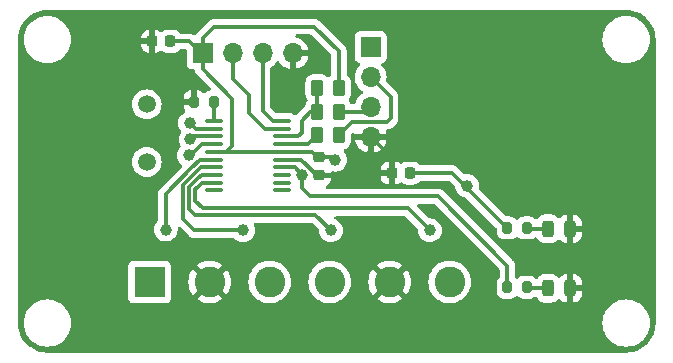
<source format=gbr>
%TF.GenerationSoftware,KiCad,Pcbnew,8.0.7*%
%TF.CreationDate,2025-04-18T18:12:16+03:00*%
%TF.ProjectId,PUBG_KEY,50554247-5f4b-4455-992e-6b696361645f,rev?*%
%TF.SameCoordinates,Original*%
%TF.FileFunction,Copper,L1,Top*%
%TF.FilePolarity,Positive*%
%FSLAX46Y46*%
G04 Gerber Fmt 4.6, Leading zero omitted, Abs format (unit mm)*
G04 Created by KiCad (PCBNEW 8.0.7) date 2025-04-18 18:12:16*
%MOMM*%
%LPD*%
G01*
G04 APERTURE LIST*
G04 Aperture macros list*
%AMRoundRect*
0 Rectangle with rounded corners*
0 $1 Rounding radius*
0 $2 $3 $4 $5 $6 $7 $8 $9 X,Y pos of 4 corners*
0 Add a 4 corners polygon primitive as box body*
4,1,4,$2,$3,$4,$5,$6,$7,$8,$9,$2,$3,0*
0 Add four circle primitives for the rounded corners*
1,1,$1+$1,$2,$3*
1,1,$1+$1,$4,$5*
1,1,$1+$1,$6,$7*
1,1,$1+$1,$8,$9*
0 Add four rect primitives between the rounded corners*
20,1,$1+$1,$2,$3,$4,$5,0*
20,1,$1+$1,$4,$5,$6,$7,0*
20,1,$1+$1,$6,$7,$8,$9,0*
20,1,$1+$1,$8,$9,$2,$3,0*%
G04 Aperture macros list end*
%TA.AperFunction,SMDPad,CuDef*%
%ADD10RoundRect,0.200000X-0.200000X-0.275000X0.200000X-0.275000X0.200000X0.275000X-0.200000X0.275000X0*%
%TD*%
%TA.AperFunction,SMDPad,CuDef*%
%ADD11RoundRect,0.225000X0.225000X0.250000X-0.225000X0.250000X-0.225000X-0.250000X0.225000X-0.250000X0*%
%TD*%
%TA.AperFunction,SMDPad,CuDef*%
%ADD12RoundRect,0.225000X-0.250000X0.225000X-0.250000X-0.225000X0.250000X-0.225000X0.250000X0.225000X0*%
%TD*%
%TA.AperFunction,SMDPad,CuDef*%
%ADD13RoundRect,0.243750X0.243750X0.456250X-0.243750X0.456250X-0.243750X-0.456250X0.243750X-0.456250X0*%
%TD*%
%TA.AperFunction,ComponentPad*%
%ADD14R,1.700000X1.700000*%
%TD*%
%TA.AperFunction,ComponentPad*%
%ADD15O,1.700000X1.700000*%
%TD*%
%TA.AperFunction,SMDPad,CuDef*%
%ADD16RoundRect,0.100000X-0.637500X-0.100000X0.637500X-0.100000X0.637500X0.100000X-0.637500X0.100000X0*%
%TD*%
%TA.AperFunction,ComponentPad*%
%ADD17R,2.600000X2.600000*%
%TD*%
%TA.AperFunction,ComponentPad*%
%ADD18C,2.600000*%
%TD*%
%TA.AperFunction,ComponentPad*%
%ADD19C,1.500000*%
%TD*%
%TA.AperFunction,SMDPad,CuDef*%
%ADD20RoundRect,0.250000X-0.262500X-0.450000X0.262500X-0.450000X0.262500X0.450000X-0.262500X0.450000X0*%
%TD*%
%TA.AperFunction,ViaPad*%
%ADD21C,1.000000*%
%TD*%
%TA.AperFunction,Conductor*%
%ADD22C,0.300000*%
%TD*%
%TA.AperFunction,Conductor*%
%ADD23C,0.200000*%
%TD*%
G04 APERTURE END LIST*
D10*
%TO.P,R1,1*%
%TO.N,GND*%
X65965000Y-74940000D03*
%TO.P,R1,2*%
%TO.N,Net-(U1-BOOT0{slash}PB8)*%
X67615000Y-74940000D03*
%TD*%
%TO.P,R10,1*%
%TO.N,VDD*%
X92472500Y-85620000D03*
%TO.P,R10,2*%
%TO.N,Net-(D2-A)*%
X94122500Y-85620000D03*
%TD*%
D11*
%TO.P,C3,1*%
%TO.N,VDD*%
X84245000Y-80970000D03*
%TO.P,C3,2*%
%TO.N,GND*%
X82695000Y-80970000D03*
%TD*%
D12*
%TO.P,C4,1*%
%TO.N,VDD*%
X76550000Y-79625000D03*
%TO.P,C4,2*%
%TO.N,GND*%
X76550000Y-81175000D03*
%TD*%
D13*
%TO.P,Run,1,K*%
%TO.N,GND*%
X97790000Y-85680000D03*
%TO.P,Run,2,A*%
%TO.N,Net-(D2-A)*%
X95915000Y-85680000D03*
%TD*%
D14*
%TO.P,USB,1,VBUS*%
%TO.N,+5V*%
X80910000Y-70305000D03*
D15*
%TO.P,USB,2,D-*%
%TO.N,Net-(J2-D-)*%
X80910000Y-72845000D03*
%TO.P,USB,3,D+*%
%TO.N,Net-(J2-D+)*%
X80910000Y-75385000D03*
%TO.P,USB,4,ID*%
%TO.N,GND*%
X80910000Y-77925000D03*
%TD*%
D10*
%TO.P,R9,1*%
%TO.N,LED*%
X92467500Y-90640000D03*
%TO.P,R9,2*%
%TO.N,Net-(D1-A)*%
X94117500Y-90640000D03*
%TD*%
D11*
%TO.P,C7,1*%
%TO.N,VDD*%
X63940000Y-69810000D03*
%TO.P,C7,2*%
%TO.N,GND*%
X62390000Y-69810000D03*
%TD*%
D16*
%TO.P,U1,1,BOOT0/PB8*%
%TO.N,Net-(U1-BOOT0{slash}PB8)*%
X67637500Y-76575000D03*
%TO.P,U1,2,OSC_IN/PD0*%
%TO.N,PD0*%
X67637500Y-77225000D03*
%TO.P,U1,3,OSC_OUT/PD1*%
%TO.N,PD1*%
X67637500Y-77875000D03*
%TO.P,U1,4,NRST*%
%TO.N,Net-(U1-NRST)*%
X67637500Y-78525000D03*
%TO.P,U1,5,VDDA*%
%TO.N,VDD*%
X67637500Y-79175000D03*
%TO.P,U1,6,PA0/WKUP/ADC0*%
%TO.N,KEY1*%
X67637500Y-79825000D03*
%TO.P,U1,7,PA1/ADC1*%
%TO.N,KEY2*%
X67637500Y-80475000D03*
%TO.P,U1,8,PA2/ADC2*%
%TO.N,KEY3*%
X67637500Y-81125000D03*
%TO.P,U1,9,PA3/ADC3*%
%TO.N,KEY4*%
X67637500Y-81775000D03*
%TO.P,U1,10,PA4/ADC4*%
%TO.N,unconnected-(U1-PA4{slash}ADC4-Pad10)*%
X67637500Y-82425000D03*
%TO.P,U1,11,PA5/ADC5*%
%TO.N,unconnected-(U1-PA5{slash}ADC5-Pad11)*%
X73362500Y-82425000D03*
%TO.P,U1,12,PA6/ADC6*%
%TO.N,unconnected-(U1-PA6{slash}ADC6-Pad12)*%
X73362500Y-81775000D03*
%TO.P,U1,13,PA7/ADC7*%
%TO.N,unconnected-(U1-PA7{slash}ADC7-Pad13)*%
X73362500Y-81125000D03*
%TO.P,U1,14,PB1/ADC9*%
%TO.N,LED*%
X73362500Y-80475000D03*
%TO.P,U1,15,VSS*%
%TO.N,GND*%
X73362500Y-79825000D03*
%TO.P,U1,16,VDD*%
%TO.N,VDD*%
X73362500Y-79175000D03*
%TO.P,U1,17,PA11/USB1DM*%
%TO.N,DM*%
X73362500Y-78525000D03*
%TO.P,U1,18,PA12/USB1DP*%
%TO.N,DP*%
X73362500Y-77875000D03*
%TO.P,U1,19,PA13/SWDIO*%
%TO.N,SWDIO*%
X73362500Y-77225000D03*
%TO.P,U1,20,PA14/SWCLK*%
%TO.N,SWCLK*%
X73362500Y-76575000D03*
%TD*%
D17*
%TO.P,J3,1,Pin_1*%
%TO.N,KEY1*%
X62190000Y-90190000D03*
D18*
%TO.P,J3,2,Pin_2*%
%TO.N,GND*%
X67270000Y-90190000D03*
%TO.P,J3,3,Pin_3*%
%TO.N,KEY2*%
X72350000Y-90190000D03*
%TO.P,J3,4,Pin_4*%
%TO.N,KEY3*%
X77430000Y-90190000D03*
%TO.P,J3,5,Pin_5*%
%TO.N,GND*%
X82510000Y-90190000D03*
%TO.P,J3,6,Pin_6*%
%TO.N,KEY4*%
X87590000Y-90190000D03*
%TD*%
D19*
%TO.P,Y1,1,1*%
%TO.N,PD0*%
X61950000Y-75150000D03*
%TO.P,Y1,2,2*%
%TO.N,PD1*%
X61950000Y-80030000D03*
%TD*%
D20*
%TO.P,R2,1*%
%TO.N,DP*%
X76395000Y-75770000D03*
%TO.P,R2,2*%
%TO.N,Net-(J2-D+)*%
X78220000Y-75770000D03*
%TD*%
D14*
%TO.P,Debug,1,Pin_1*%
%TO.N,VDD*%
X66690000Y-70830000D03*
D15*
%TO.P,Debug,2,Pin_2*%
%TO.N,SWDIO*%
X69230000Y-70830000D03*
%TO.P,Debug,3,Pin_3*%
%TO.N,SWCLK*%
X71770000Y-70830000D03*
%TO.P,Debug,4,Pin_4*%
%TO.N,GND*%
X74310000Y-70830000D03*
%TD*%
D20*
%TO.P,R4,1*%
%TO.N,DP*%
X76395000Y-73770000D03*
%TO.P,R4,2*%
%TO.N,VDD*%
X78220000Y-73770000D03*
%TD*%
D13*
%TO.P,Key,1,K*%
%TO.N,GND*%
X97790000Y-90730000D03*
%TO.P,Key,2,A*%
%TO.N,Net-(D1-A)*%
X95915000Y-90730000D03*
%TD*%
D20*
%TO.P,R3,1*%
%TO.N,DM*%
X76395000Y-77770000D03*
%TO.P,R3,2*%
%TO.N,Net-(J2-D-)*%
X78220000Y-77770000D03*
%TD*%
D21*
%TO.N,GND*%
X83180000Y-67790000D03*
X65770000Y-73490000D03*
X87225000Y-70580000D03*
%TO.N,VDD*%
X89070000Y-82050000D03*
X77920000Y-79850000D03*
%TO.N,PD0*%
X65620000Y-76730000D03*
%TO.N,PD1*%
X65650000Y-78100000D03*
%TO.N,Net-(U1-NRST)*%
X65520000Y-79470000D03*
%TO.N,KEY1*%
X63560000Y-85760000D03*
%TO.N,KEY2*%
X70100000Y-85810000D03*
%TO.N,KEY3*%
X77540000Y-85830000D03*
%TO.N,KEY4*%
X85920000Y-85810000D03*
%TO.N,LED*%
X75131459Y-81128541D03*
%TD*%
D22*
%TO.N,GND*%
X65965000Y-73685000D02*
X65770000Y-73490000D01*
X87225000Y-73495000D02*
X87225000Y-70580000D01*
X64860000Y-73490000D02*
X65770000Y-73490000D01*
X82695000Y-80970000D02*
X82695000Y-79710000D01*
X80910000Y-77925000D02*
X82795000Y-77925000D01*
X62390000Y-71020000D02*
X64860000Y-73490000D01*
X97790000Y-80390000D02*
X93650000Y-76250000D01*
X85970000Y-70580000D02*
X83180000Y-67790000D01*
X78715000Y-81175000D02*
X80910000Y-78980000D01*
X87225000Y-70580000D02*
X85970000Y-70580000D01*
X80910000Y-78980000D02*
X80910000Y-77925000D01*
X82795000Y-77925000D02*
X87225000Y-73495000D01*
X93650000Y-76250000D02*
X92895000Y-76250000D01*
X97790000Y-85680000D02*
X97790000Y-90730000D01*
X97790000Y-85680000D02*
X97790000Y-80390000D01*
X62390000Y-69810000D02*
X62390000Y-71020000D01*
X76550000Y-81175000D02*
X78715000Y-81175000D01*
X65965000Y-74940000D02*
X65965000Y-73685000D01*
X92895000Y-76250000D02*
X87225000Y-70580000D01*
X75030000Y-79825000D02*
X76370000Y-81165000D01*
X82695000Y-79710000D02*
X80910000Y-77925000D01*
X73362500Y-79825000D02*
X75030000Y-79825000D01*
%TO.N,VDD*%
X66690000Y-70830000D02*
X66690000Y-69510000D01*
X69190000Y-74690000D02*
X66690000Y-72190000D01*
X67630000Y-68570000D02*
X76140000Y-68570000D01*
X76140000Y-68570000D02*
X78220000Y-70650000D01*
X76550000Y-79625000D02*
X77695000Y-79625000D01*
X67637500Y-79175000D02*
X68675000Y-79175000D01*
X84245000Y-80970000D02*
X87822500Y-80970000D01*
X66530000Y-70830000D02*
X65510000Y-69810000D01*
X87822500Y-80970000D02*
X92472500Y-85620000D01*
X77695000Y-79625000D02*
X77920000Y-79850000D01*
X75930000Y-79175000D02*
X76370000Y-79615000D01*
X73362500Y-79175000D02*
X67637500Y-79175000D01*
X66690000Y-72190000D02*
X66690000Y-70830000D01*
X73362500Y-79175000D02*
X75930000Y-79175000D01*
X69190000Y-78660000D02*
X69190000Y-74690000D01*
X65510000Y-69810000D02*
X63940000Y-69810000D01*
X66690000Y-69510000D02*
X67630000Y-68570000D01*
X68675000Y-79175000D02*
X69190000Y-78660000D01*
X78220000Y-70650000D02*
X78220000Y-73770000D01*
X76300000Y-79685000D02*
X76370000Y-79615000D01*
X66690000Y-70830000D02*
X66530000Y-70830000D01*
%TO.N,PD0*%
X65620000Y-76730000D02*
X66115000Y-77225000D01*
X66115000Y-77225000D02*
X67637500Y-77225000D01*
%TO.N,PD1*%
X65875000Y-77875000D02*
X67637500Y-77875000D01*
D23*
X65650000Y-78100000D02*
X65875000Y-77875000D01*
D22*
%TO.N,Net-(U1-NRST)*%
X67637500Y-78525000D02*
X66655000Y-78525000D01*
X66655000Y-78525000D02*
X66060000Y-79120000D01*
X66060000Y-79120000D02*
X65710000Y-79470000D01*
X65710000Y-79470000D02*
X65520000Y-79470000D01*
%TO.N,KEY1*%
X63560000Y-82720000D02*
X63560000Y-85760000D01*
X66455000Y-79825000D02*
X65730000Y-80550000D01*
X67637500Y-79825000D02*
X66455000Y-79825000D01*
X65730000Y-80550000D02*
X63560000Y-82720000D01*
%TO.N,KEY2*%
X65020000Y-84860000D02*
X65970000Y-85810000D01*
X65970000Y-85810000D02*
X70100000Y-85810000D01*
X67637500Y-80475000D02*
X66535000Y-80475000D01*
X66535000Y-80475000D02*
X66350000Y-80660000D01*
X65020000Y-81990000D02*
X65020000Y-84860000D01*
X66350000Y-80660000D02*
X65020000Y-81990000D01*
%TO.N,KEY3*%
X65530000Y-84050000D02*
X65930000Y-84450000D01*
X65530000Y-82187106D02*
X65530000Y-83660000D01*
X66000000Y-84520000D02*
X76230000Y-84520000D01*
X65930000Y-84450000D02*
X66000000Y-84520000D01*
X76230000Y-84520000D02*
X77540000Y-85830000D01*
X67637500Y-81125000D02*
X66592106Y-81125000D01*
X65530000Y-83660000D02*
X65530000Y-84050000D01*
X66592106Y-81125000D02*
X66307106Y-81410000D01*
X66307106Y-81410000D02*
X65530000Y-82187106D01*
%TO.N,KEY4*%
X84070000Y-83960000D02*
X85920000Y-85810000D01*
X66070000Y-82354212D02*
X66070000Y-83340000D01*
X66267106Y-82157106D02*
X66070000Y-82354212D01*
X66070000Y-83340000D02*
X66690000Y-83960000D01*
X66690000Y-83960000D02*
X71570000Y-83960000D01*
X67637500Y-81775000D02*
X66649212Y-81775000D01*
X71570000Y-83960000D02*
X84070000Y-83960000D01*
X66649212Y-81775000D02*
X66267106Y-82157106D01*
%TO.N,Net-(D1-A)*%
X95915000Y-90730000D02*
X94207500Y-90730000D01*
X94207500Y-90730000D02*
X94117500Y-90640000D01*
%TO.N,Net-(D2-A)*%
X95915000Y-85680000D02*
X94182500Y-85680000D01*
X94182500Y-85680000D02*
X94122500Y-85620000D01*
%TO.N,SWDIO*%
X71945000Y-77225000D02*
X70590000Y-75870000D01*
X70590000Y-74390000D02*
X69230000Y-73030000D01*
X70590000Y-75870000D02*
X70590000Y-74390000D01*
X69230000Y-73030000D02*
X69230000Y-70830000D01*
X73362500Y-77225000D02*
X71945000Y-77225000D01*
%TO.N,SWCLK*%
X72595000Y-76575000D02*
X71770000Y-75750000D01*
X71770000Y-75750000D02*
X71770000Y-70830000D01*
X73362500Y-76575000D02*
X72595000Y-76575000D01*
%TO.N,Net-(J2-D-)*%
X82310000Y-76630000D02*
X82600000Y-76340000D01*
X82600000Y-76340000D02*
X82600000Y-74535000D01*
X79360000Y-76630000D02*
X82310000Y-76630000D01*
X78220000Y-77770000D02*
X79360000Y-76630000D01*
X82600000Y-74535000D02*
X80910000Y-72845000D01*
%TO.N,Net-(J2-D+)*%
X80525000Y-75770000D02*
X80910000Y-75385000D01*
X78220000Y-75770000D02*
X80525000Y-75770000D01*
%TO.N,Net-(U1-BOOT0{slash}PB8)*%
X67637500Y-74962500D02*
X67615000Y-74940000D01*
X67637500Y-76575000D02*
X67637500Y-74962500D01*
%TO.N,DP*%
X73362500Y-77875000D02*
X74775000Y-77875000D01*
X75050000Y-76530000D02*
X75810000Y-75770000D01*
X76395000Y-75770000D02*
X76395000Y-73770000D01*
X75810000Y-75770000D02*
X76395000Y-75770000D01*
X75050000Y-77600000D02*
X75050000Y-76530000D01*
X74775000Y-77875000D02*
X75050000Y-77600000D01*
%TO.N,DM*%
X75640000Y-78525000D02*
X76395000Y-77770000D01*
X73362500Y-78525000D02*
X75640000Y-78525000D01*
%TO.N,LED*%
X92467500Y-88807500D02*
X92467500Y-90640000D01*
X86610000Y-82950000D02*
X92467500Y-88807500D01*
X75810000Y-82950000D02*
X86610000Y-82950000D01*
X75131459Y-81128541D02*
X75131459Y-82271459D01*
X75131459Y-82271459D02*
X75810000Y-82950000D01*
X74477918Y-80475000D02*
X73362500Y-80475000D01*
X75131459Y-81128541D02*
X74477918Y-80475000D01*
%TD*%
%TA.AperFunction,Conductor*%
%TO.N,GND*%
G36*
X75883336Y-69240462D02*
G01*
X75914195Y-69264141D01*
X77525859Y-70875804D01*
X77564423Y-70942599D01*
X77569500Y-70981163D01*
X77569500Y-72594379D01*
X77549538Y-72668879D01*
X77498722Y-72721195D01*
X77488848Y-72727285D01*
X77488845Y-72727287D01*
X77412858Y-72803274D01*
X77346063Y-72841837D01*
X77268935Y-72841837D01*
X77202141Y-72803273D01*
X77126156Y-72727288D01*
X77116278Y-72721195D01*
X76976834Y-72635186D01*
X76853687Y-72594379D01*
X76810298Y-72580001D01*
X76793165Y-72578250D01*
X76707509Y-72569500D01*
X76707504Y-72569500D01*
X76082496Y-72569500D01*
X75979702Y-72580001D01*
X75813166Y-72635186D01*
X75663843Y-72727288D01*
X75539788Y-72851343D01*
X75447686Y-73000666D01*
X75392501Y-73167201D01*
X75382000Y-73269995D01*
X75382000Y-74270003D01*
X75392501Y-74372797D01*
X75447686Y-74539334D01*
X75447687Y-74539337D01*
X75541714Y-74691780D01*
X75563834Y-74765668D01*
X75546046Y-74840717D01*
X75541714Y-74848220D01*
X75447687Y-75000662D01*
X75447686Y-75000666D01*
X75392501Y-75167201D01*
X75392499Y-75167209D01*
X75386469Y-75226237D01*
X75359039Y-75298322D01*
X75343600Y-75316452D01*
X74625387Y-76034666D01*
X74558592Y-76073230D01*
X74481464Y-76073230D01*
X74429323Y-76047517D01*
X74392311Y-76019117D01*
X74302841Y-75950464D01*
X74302840Y-75950463D01*
X74222944Y-75917369D01*
X74156762Y-75889956D01*
X74156760Y-75889955D01*
X74156756Y-75889954D01*
X74156759Y-75889954D01*
X74039366Y-75874500D01*
X74039361Y-75874500D01*
X72876164Y-75874500D01*
X72801664Y-75854538D01*
X72770805Y-75830859D01*
X72464141Y-75524195D01*
X72425577Y-75457400D01*
X72420500Y-75418836D01*
X72420500Y-72100736D01*
X72440462Y-72026236D01*
X72484035Y-71978683D01*
X72641401Y-71868495D01*
X72808495Y-71701401D01*
X72918253Y-71544650D01*
X72977335Y-71495075D01*
X73053291Y-71481682D01*
X73125768Y-71508061D01*
X73162358Y-71544652D01*
X73271888Y-71701076D01*
X73438923Y-71868111D01*
X73632411Y-72003593D01*
X73632420Y-72003599D01*
X73846508Y-72103430D01*
X73846513Y-72103432D01*
X74060000Y-72160634D01*
X74060000Y-71263012D01*
X74117007Y-71295925D01*
X74244174Y-71330000D01*
X74375826Y-71330000D01*
X74502993Y-71295925D01*
X74560000Y-71263012D01*
X74560000Y-72160633D01*
X74773486Y-72103432D01*
X74773491Y-72103430D01*
X74987579Y-72003599D01*
X74987588Y-72003593D01*
X75181076Y-71868111D01*
X75348111Y-71701076D01*
X75483593Y-71507588D01*
X75483599Y-71507579D01*
X75583430Y-71293491D01*
X75583431Y-71293489D01*
X75640636Y-71080000D01*
X74743012Y-71080000D01*
X74775925Y-71022993D01*
X74810000Y-70895826D01*
X74810000Y-70764174D01*
X74775925Y-70637007D01*
X74743012Y-70580000D01*
X75640636Y-70580000D01*
X75640635Y-70579999D01*
X75583431Y-70366512D01*
X75483597Y-70152419D01*
X75348108Y-69958920D01*
X75181076Y-69791888D01*
X74987588Y-69656406D01*
X74987579Y-69656400D01*
X74773491Y-69556569D01*
X74773489Y-69556568D01*
X74612468Y-69513423D01*
X74545673Y-69474859D01*
X74507109Y-69408064D01*
X74507109Y-69330936D01*
X74545673Y-69264141D01*
X74612468Y-69225577D01*
X74651032Y-69220500D01*
X75808836Y-69220500D01*
X75883336Y-69240462D01*
G37*
%TD.AperFunction*%
%TA.AperFunction,Conductor*%
G36*
X102534496Y-67170771D02*
G01*
X102822298Y-67188180D01*
X102840134Y-67190346D01*
X103119307Y-67241506D01*
X103136772Y-67245811D01*
X103407730Y-67330245D01*
X103424546Y-67336622D01*
X103683362Y-67453106D01*
X103699293Y-67461468D01*
X103942163Y-67608288D01*
X103956971Y-67618509D01*
X104041590Y-67684804D01*
X104180377Y-67793536D01*
X104193845Y-67805467D01*
X104394532Y-68006154D01*
X104406463Y-68019622D01*
X104581490Y-68243028D01*
X104591711Y-68257836D01*
X104738531Y-68500706D01*
X104746893Y-68516637D01*
X104863375Y-68775449D01*
X104869755Y-68792273D01*
X104954187Y-69063225D01*
X104958493Y-69080695D01*
X105009651Y-69359852D01*
X105011820Y-69377714D01*
X105029228Y-69665503D01*
X105029500Y-69674499D01*
X105029500Y-93665500D01*
X105029228Y-93674496D01*
X105011820Y-93962285D01*
X105009651Y-93980147D01*
X104958493Y-94259304D01*
X104954187Y-94276774D01*
X104869755Y-94547726D01*
X104863375Y-94564550D01*
X104746893Y-94823362D01*
X104738531Y-94839293D01*
X104591711Y-95082163D01*
X104581490Y-95096971D01*
X104406463Y-95320377D01*
X104394532Y-95333845D01*
X104193845Y-95534532D01*
X104180377Y-95546463D01*
X103956971Y-95721490D01*
X103942163Y-95731711D01*
X103699293Y-95878531D01*
X103683362Y-95886893D01*
X103424550Y-96003375D01*
X103407726Y-96009755D01*
X103136774Y-96094187D01*
X103119304Y-96098493D01*
X102840147Y-96149651D01*
X102822285Y-96151820D01*
X102534497Y-96169228D01*
X102525501Y-96169500D01*
X53534499Y-96169500D01*
X53525503Y-96169228D01*
X53237714Y-96151820D01*
X53219852Y-96149651D01*
X52940695Y-96098493D01*
X52923225Y-96094187D01*
X52652273Y-96009755D01*
X52635449Y-96003375D01*
X52376637Y-95886893D01*
X52360706Y-95878531D01*
X52117836Y-95731711D01*
X52103028Y-95721490D01*
X51879622Y-95546463D01*
X51866154Y-95534532D01*
X51665467Y-95333845D01*
X51653536Y-95320377D01*
X51534518Y-95168462D01*
X51478509Y-95096971D01*
X51468288Y-95082163D01*
X51408579Y-94983393D01*
X51321467Y-94839291D01*
X51313106Y-94823362D01*
X51196622Y-94564546D01*
X51190244Y-94547726D01*
X51176357Y-94503162D01*
X51105811Y-94276772D01*
X51101506Y-94259304D01*
X51097061Y-94235046D01*
X51050346Y-93980134D01*
X51048180Y-93962298D01*
X51030772Y-93674496D01*
X51030636Y-93669994D01*
X51524390Y-93669994D01*
X51524390Y-93670005D01*
X51544802Y-93955417D01*
X51544804Y-93955427D01*
X51605629Y-94235040D01*
X51705633Y-94503162D01*
X51842771Y-94754312D01*
X51946128Y-94892380D01*
X52014261Y-94983395D01*
X52216605Y-95185739D01*
X52353641Y-95288323D01*
X52445687Y-95357228D01*
X52655487Y-95471787D01*
X52696839Y-95494367D01*
X52964954Y-95594369D01*
X53244572Y-95655196D01*
X53244579Y-95655196D01*
X53244582Y-95655197D01*
X53529995Y-95675610D01*
X53530000Y-95675610D01*
X53530005Y-95675610D01*
X53815417Y-95655197D01*
X53815418Y-95655196D01*
X53815428Y-95655196D01*
X54095046Y-95594369D01*
X54363161Y-95494367D01*
X54502911Y-95418057D01*
X54614312Y-95357228D01*
X54645548Y-95333845D01*
X54843395Y-95185739D01*
X55045739Y-94983395D01*
X55217226Y-94754315D01*
X55354367Y-94503161D01*
X55454369Y-94235046D01*
X55515196Y-93955428D01*
X55523311Y-93841969D01*
X55535610Y-93670005D01*
X55535610Y-93669994D01*
X100524390Y-93669994D01*
X100524390Y-93670005D01*
X100544802Y-93955417D01*
X100544804Y-93955427D01*
X100605629Y-94235040D01*
X100705633Y-94503162D01*
X100842771Y-94754312D01*
X100946128Y-94892380D01*
X101014261Y-94983395D01*
X101216605Y-95185739D01*
X101353641Y-95288323D01*
X101445687Y-95357228D01*
X101655487Y-95471787D01*
X101696839Y-95494367D01*
X101964954Y-95594369D01*
X102244572Y-95655196D01*
X102244579Y-95655196D01*
X102244582Y-95655197D01*
X102529995Y-95675610D01*
X102530000Y-95675610D01*
X102530005Y-95675610D01*
X102815417Y-95655197D01*
X102815418Y-95655196D01*
X102815428Y-95655196D01*
X103095046Y-95594369D01*
X103363161Y-95494367D01*
X103502911Y-95418057D01*
X103614312Y-95357228D01*
X103645548Y-95333845D01*
X103843395Y-95185739D01*
X104045739Y-94983395D01*
X104217226Y-94754315D01*
X104354367Y-94503161D01*
X104454369Y-94235046D01*
X104515196Y-93955428D01*
X104523311Y-93841969D01*
X104535610Y-93670005D01*
X104535610Y-93669994D01*
X104515197Y-93384582D01*
X104515196Y-93384579D01*
X104515196Y-93384572D01*
X104454369Y-93104954D01*
X104354367Y-92836839D01*
X104305083Y-92746582D01*
X104217228Y-92585687D01*
X104148323Y-92493641D01*
X104045739Y-92356605D01*
X103843395Y-92154261D01*
X103752380Y-92086128D01*
X103614312Y-91982771D01*
X103363162Y-91845633D01*
X103170122Y-91773633D01*
X103095046Y-91745631D01*
X103095044Y-91745630D01*
X103095040Y-91745629D01*
X102882098Y-91699307D01*
X102815428Y-91684804D01*
X102815426Y-91684803D01*
X102815417Y-91684802D01*
X102530005Y-91664390D01*
X102529995Y-91664390D01*
X102244582Y-91684802D01*
X102244572Y-91684804D01*
X101964959Y-91745629D01*
X101696837Y-91845633D01*
X101445687Y-91982771D01*
X101216606Y-92154260D01*
X101014260Y-92356606D01*
X100842771Y-92585687D01*
X100705633Y-92836837D01*
X100605629Y-93104959D01*
X100544804Y-93384572D01*
X100544802Y-93384582D01*
X100524390Y-93669994D01*
X55535610Y-93669994D01*
X55515197Y-93384582D01*
X55515196Y-93384579D01*
X55515196Y-93384572D01*
X55454369Y-93104954D01*
X55354367Y-92836839D01*
X55305083Y-92746582D01*
X55217228Y-92585687D01*
X55148323Y-92493641D01*
X55045739Y-92356605D01*
X54843395Y-92154261D01*
X54752380Y-92086128D01*
X54614312Y-91982771D01*
X54363162Y-91845633D01*
X54170122Y-91773633D01*
X54095046Y-91745631D01*
X54095044Y-91745630D01*
X54095040Y-91745629D01*
X53882098Y-91699307D01*
X53815428Y-91684804D01*
X53815426Y-91684803D01*
X53815417Y-91684802D01*
X53530005Y-91664390D01*
X53529995Y-91664390D01*
X53244582Y-91684802D01*
X53244572Y-91684804D01*
X52964959Y-91745629D01*
X52696837Y-91845633D01*
X52445687Y-91982771D01*
X52216606Y-92154260D01*
X52014260Y-92356606D01*
X51842771Y-92585687D01*
X51705633Y-92836837D01*
X51605629Y-93104959D01*
X51544804Y-93384572D01*
X51544802Y-93384582D01*
X51524390Y-93669994D01*
X51030636Y-93669994D01*
X51030500Y-93665500D01*
X51030500Y-88842114D01*
X60389500Y-88842114D01*
X60389500Y-91537863D01*
X60389502Y-91537888D01*
X60395908Y-91597478D01*
X60395909Y-91597484D01*
X60446202Y-91732329D01*
X60446204Y-91732333D01*
X60532452Y-91847544D01*
X60532455Y-91847547D01*
X60647666Y-91933795D01*
X60647670Y-91933797D01*
X60782517Y-91984091D01*
X60842114Y-91990499D01*
X60842118Y-91990499D01*
X60842127Y-91990500D01*
X63537872Y-91990499D01*
X63597483Y-91984091D01*
X63693447Y-91948298D01*
X63732329Y-91933797D01*
X63732333Y-91933795D01*
X63789938Y-91890671D01*
X63847546Y-91847546D01*
X63902877Y-91773633D01*
X63933795Y-91732333D01*
X63933797Y-91732329D01*
X63964130Y-91651001D01*
X63984091Y-91597483D01*
X63988285Y-91558475D01*
X63990499Y-91537885D01*
X63990499Y-91537882D01*
X63990500Y-91537873D01*
X63990499Y-90189995D01*
X65464953Y-90189995D01*
X65464953Y-90190004D01*
X65485112Y-90459016D01*
X65485115Y-90459038D01*
X65545143Y-90722039D01*
X65545145Y-90722046D01*
X65643707Y-90973176D01*
X65643709Y-90973181D01*
X65778599Y-91206816D01*
X65778604Y-91206824D01*
X65832295Y-91274150D01*
X66668958Y-90437487D01*
X66693978Y-90497890D01*
X66765112Y-90604351D01*
X66855649Y-90694888D01*
X66962110Y-90766022D01*
X67022511Y-90791041D01*
X66184849Y-91628702D01*
X66367481Y-91753219D01*
X66610532Y-91870266D01*
X66610553Y-91870274D01*
X66868333Y-91949789D01*
X66868337Y-91949790D01*
X67135105Y-91989999D01*
X67135112Y-91990000D01*
X67404888Y-91990000D01*
X67404894Y-91989999D01*
X67671662Y-91949790D01*
X67671666Y-91949789D01*
X67929449Y-91870273D01*
X67929453Y-91870272D01*
X68172526Y-91753215D01*
X68172533Y-91753211D01*
X68355150Y-91628703D01*
X67517488Y-90791041D01*
X67577890Y-90766022D01*
X67684351Y-90694888D01*
X67774888Y-90604351D01*
X67846022Y-90497890D01*
X67871041Y-90437488D01*
X68707703Y-91274150D01*
X68707704Y-91274150D01*
X68761393Y-91206828D01*
X68761398Y-91206820D01*
X68896290Y-90973181D01*
X68896292Y-90973176D01*
X68994854Y-90722046D01*
X68994856Y-90722039D01*
X69054884Y-90459038D01*
X69054887Y-90459016D01*
X69075047Y-90190004D01*
X69075047Y-90189995D01*
X69075047Y-90189994D01*
X70544451Y-90189994D01*
X70544451Y-90190005D01*
X70564615Y-90459090D01*
X70564618Y-90459113D01*
X70624663Y-90722187D01*
X70624665Y-90722194D01*
X70722555Y-90971609D01*
X70723257Y-90973398D01*
X70858185Y-91207102D01*
X70858189Y-91207107D01*
X70972289Y-91350184D01*
X71026439Y-91418085D01*
X71224259Y-91601635D01*
X71447226Y-91753651D01*
X71690359Y-91870738D01*
X71948228Y-91950280D01*
X72215071Y-91990500D01*
X72215074Y-91990500D01*
X72484926Y-91990500D01*
X72484929Y-91990500D01*
X72751772Y-91950280D01*
X73009641Y-91870738D01*
X73252775Y-91753651D01*
X73475741Y-91601635D01*
X73673561Y-91418085D01*
X73841815Y-91207102D01*
X73976743Y-90973398D01*
X74075334Y-90722195D01*
X74126530Y-90497890D01*
X74135381Y-90459113D01*
X74135381Y-90459110D01*
X74135383Y-90459103D01*
X74155549Y-90190000D01*
X74155549Y-90189994D01*
X75624451Y-90189994D01*
X75624451Y-90190005D01*
X75644615Y-90459090D01*
X75644618Y-90459113D01*
X75704663Y-90722187D01*
X75704665Y-90722194D01*
X75802555Y-90971609D01*
X75803257Y-90973398D01*
X75938185Y-91207102D01*
X75938189Y-91207107D01*
X76052289Y-91350184D01*
X76106439Y-91418085D01*
X76304259Y-91601635D01*
X76527226Y-91753651D01*
X76770359Y-91870738D01*
X77028228Y-91950280D01*
X77295071Y-91990500D01*
X77295074Y-91990500D01*
X77564926Y-91990500D01*
X77564929Y-91990500D01*
X77831772Y-91950280D01*
X78089641Y-91870738D01*
X78332775Y-91753651D01*
X78555741Y-91601635D01*
X78753561Y-91418085D01*
X78921815Y-91207102D01*
X79056743Y-90973398D01*
X79155334Y-90722195D01*
X79206530Y-90497890D01*
X79215381Y-90459113D01*
X79215381Y-90459110D01*
X79215383Y-90459103D01*
X79235549Y-90190000D01*
X79235549Y-90189995D01*
X80704953Y-90189995D01*
X80704953Y-90190004D01*
X80725112Y-90459016D01*
X80725115Y-90459038D01*
X80785143Y-90722039D01*
X80785145Y-90722046D01*
X80883707Y-90973176D01*
X80883709Y-90973181D01*
X81018599Y-91206816D01*
X81018604Y-91206824D01*
X81072295Y-91274150D01*
X81908958Y-90437487D01*
X81933978Y-90497890D01*
X82005112Y-90604351D01*
X82095649Y-90694888D01*
X82202110Y-90766022D01*
X82262511Y-90791041D01*
X81424849Y-91628702D01*
X81607481Y-91753219D01*
X81850532Y-91870266D01*
X81850553Y-91870274D01*
X82108333Y-91949789D01*
X82108337Y-91949790D01*
X82375105Y-91989999D01*
X82375112Y-91990000D01*
X82644888Y-91990000D01*
X82644894Y-91989999D01*
X82911662Y-91949790D01*
X82911666Y-91949789D01*
X83169449Y-91870273D01*
X83169453Y-91870272D01*
X83412526Y-91753215D01*
X83412533Y-91753211D01*
X83595150Y-91628703D01*
X82757488Y-90791041D01*
X82817890Y-90766022D01*
X82924351Y-90694888D01*
X83014888Y-90604351D01*
X83086022Y-90497890D01*
X83111041Y-90437488D01*
X83947703Y-91274150D01*
X83947704Y-91274150D01*
X84001393Y-91206828D01*
X84001398Y-91206820D01*
X84136290Y-90973181D01*
X84136292Y-90973176D01*
X84234854Y-90722046D01*
X84234856Y-90722039D01*
X84294884Y-90459038D01*
X84294887Y-90459016D01*
X84315047Y-90190004D01*
X84315047Y-90189995D01*
X84315047Y-90189994D01*
X85784451Y-90189994D01*
X85784451Y-90190005D01*
X85804615Y-90459090D01*
X85804618Y-90459113D01*
X85864663Y-90722187D01*
X85864665Y-90722194D01*
X85962555Y-90971609D01*
X85963257Y-90973398D01*
X86098185Y-91207102D01*
X86098189Y-91207107D01*
X86212289Y-91350184D01*
X86266439Y-91418085D01*
X86464259Y-91601635D01*
X86687226Y-91753651D01*
X86930359Y-91870738D01*
X87188228Y-91950280D01*
X87455071Y-91990500D01*
X87455074Y-91990500D01*
X87724926Y-91990500D01*
X87724929Y-91990500D01*
X87991772Y-91950280D01*
X88249641Y-91870738D01*
X88492775Y-91753651D01*
X88715741Y-91601635D01*
X88913561Y-91418085D01*
X89081815Y-91207102D01*
X89216743Y-90973398D01*
X89315334Y-90722195D01*
X89366530Y-90497890D01*
X89375381Y-90459113D01*
X89375381Y-90459110D01*
X89375383Y-90459103D01*
X89395549Y-90190000D01*
X89386960Y-90075391D01*
X89375384Y-89920909D01*
X89375383Y-89920907D01*
X89375383Y-89920897D01*
X89375381Y-89920891D01*
X89375381Y-89920886D01*
X89315336Y-89657812D01*
X89315334Y-89657805D01*
X89290721Y-89595094D01*
X89216743Y-89406602D01*
X89081815Y-89172898D01*
X88913561Y-88961915D01*
X88715741Y-88778365D01*
X88492775Y-88626349D01*
X88492772Y-88626348D01*
X88492770Y-88626346D01*
X88249650Y-88509266D01*
X88249646Y-88509264D01*
X88249641Y-88509262D01*
X88249633Y-88509259D01*
X88249629Y-88509258D01*
X87991777Y-88429721D01*
X87991773Y-88429720D01*
X87724932Y-88389500D01*
X87724929Y-88389500D01*
X87455071Y-88389500D01*
X87455067Y-88389500D01*
X87188226Y-88429720D01*
X87188222Y-88429721D01*
X86930370Y-88509258D01*
X86930349Y-88509266D01*
X86687227Y-88626348D01*
X86464259Y-88778364D01*
X86266438Y-88961915D01*
X86098189Y-89172892D01*
X86098186Y-89172896D01*
X86098185Y-89172898D01*
X86069671Y-89222284D01*
X85963257Y-89406601D01*
X85963255Y-89406606D01*
X85864665Y-89657805D01*
X85864663Y-89657812D01*
X85804618Y-89920886D01*
X85804615Y-89920909D01*
X85784451Y-90189994D01*
X84315047Y-90189994D01*
X84294887Y-89920983D01*
X84294884Y-89920961D01*
X84234856Y-89657960D01*
X84234854Y-89657953D01*
X84136292Y-89406823D01*
X84136290Y-89406818D01*
X84001400Y-89173183D01*
X84001395Y-89173175D01*
X83947703Y-89105848D01*
X83111041Y-89942510D01*
X83086022Y-89882110D01*
X83014888Y-89775649D01*
X82924351Y-89685112D01*
X82817890Y-89613978D01*
X82757487Y-89588957D01*
X83595149Y-88751296D01*
X83412521Y-88626782D01*
X83169453Y-88509727D01*
X83169449Y-88509726D01*
X82911666Y-88430210D01*
X82911662Y-88430209D01*
X82644894Y-88390000D01*
X82375105Y-88390000D01*
X82108337Y-88430209D01*
X82108333Y-88430210D01*
X81850553Y-88509725D01*
X81850532Y-88509733D01*
X81607478Y-88626782D01*
X81424849Y-88751295D01*
X81424849Y-88751296D01*
X82262511Y-89588958D01*
X82202110Y-89613978D01*
X82095649Y-89685112D01*
X82005112Y-89775649D01*
X81933978Y-89882110D01*
X81908958Y-89942511D01*
X81072295Y-89105848D01*
X81072294Y-89105848D01*
X81018603Y-89173176D01*
X81018600Y-89173181D01*
X80883709Y-89406818D01*
X80883707Y-89406823D01*
X80785145Y-89657953D01*
X80785143Y-89657960D01*
X80725115Y-89920961D01*
X80725112Y-89920983D01*
X80704953Y-90189995D01*
X79235549Y-90189995D01*
X79226960Y-90075391D01*
X79215384Y-89920909D01*
X79215383Y-89920907D01*
X79215383Y-89920897D01*
X79215381Y-89920891D01*
X79215381Y-89920886D01*
X79155336Y-89657812D01*
X79155334Y-89657805D01*
X79130721Y-89595094D01*
X79056743Y-89406602D01*
X78921815Y-89172898D01*
X78753561Y-88961915D01*
X78555741Y-88778365D01*
X78332775Y-88626349D01*
X78332772Y-88626348D01*
X78332770Y-88626346D01*
X78089650Y-88509266D01*
X78089646Y-88509264D01*
X78089641Y-88509262D01*
X78089633Y-88509259D01*
X78089629Y-88509258D01*
X77831777Y-88429721D01*
X77831773Y-88429720D01*
X77564932Y-88389500D01*
X77564929Y-88389500D01*
X77295071Y-88389500D01*
X77295067Y-88389500D01*
X77028226Y-88429720D01*
X77028222Y-88429721D01*
X76770370Y-88509258D01*
X76770349Y-88509266D01*
X76527227Y-88626348D01*
X76304259Y-88778364D01*
X76106438Y-88961915D01*
X75938189Y-89172892D01*
X75938186Y-89172896D01*
X75938185Y-89172898D01*
X75909671Y-89222284D01*
X75803257Y-89406601D01*
X75803255Y-89406606D01*
X75704665Y-89657805D01*
X75704663Y-89657812D01*
X75644618Y-89920886D01*
X75644615Y-89920909D01*
X75624451Y-90189994D01*
X74155549Y-90189994D01*
X74146960Y-90075391D01*
X74135384Y-89920909D01*
X74135383Y-89920907D01*
X74135383Y-89920897D01*
X74135381Y-89920891D01*
X74135381Y-89920886D01*
X74075336Y-89657812D01*
X74075334Y-89657805D01*
X74050721Y-89595094D01*
X73976743Y-89406602D01*
X73841815Y-89172898D01*
X73673561Y-88961915D01*
X73475741Y-88778365D01*
X73252775Y-88626349D01*
X73252772Y-88626348D01*
X73252770Y-88626346D01*
X73009650Y-88509266D01*
X73009646Y-88509264D01*
X73009641Y-88509262D01*
X73009633Y-88509259D01*
X73009629Y-88509258D01*
X72751777Y-88429721D01*
X72751773Y-88429720D01*
X72484932Y-88389500D01*
X72484929Y-88389500D01*
X72215071Y-88389500D01*
X72215067Y-88389500D01*
X71948226Y-88429720D01*
X71948222Y-88429721D01*
X71690370Y-88509258D01*
X71690349Y-88509266D01*
X71447227Y-88626348D01*
X71224259Y-88778364D01*
X71026438Y-88961915D01*
X70858189Y-89172892D01*
X70858186Y-89172896D01*
X70858185Y-89172898D01*
X70829671Y-89222284D01*
X70723257Y-89406601D01*
X70723255Y-89406606D01*
X70624665Y-89657805D01*
X70624663Y-89657812D01*
X70564618Y-89920886D01*
X70564615Y-89920909D01*
X70544451Y-90189994D01*
X69075047Y-90189994D01*
X69054887Y-89920983D01*
X69054884Y-89920961D01*
X68994856Y-89657960D01*
X68994854Y-89657953D01*
X68896292Y-89406823D01*
X68896290Y-89406818D01*
X68761400Y-89173183D01*
X68761395Y-89173175D01*
X68707703Y-89105848D01*
X67871041Y-89942510D01*
X67846022Y-89882110D01*
X67774888Y-89775649D01*
X67684351Y-89685112D01*
X67577890Y-89613978D01*
X67517487Y-89588957D01*
X68355149Y-88751296D01*
X68172521Y-88626782D01*
X67929453Y-88509727D01*
X67929449Y-88509726D01*
X67671666Y-88430210D01*
X67671662Y-88430209D01*
X67404894Y-88390000D01*
X67135105Y-88390000D01*
X66868337Y-88430209D01*
X66868333Y-88430210D01*
X66610553Y-88509725D01*
X66610532Y-88509733D01*
X66367478Y-88626782D01*
X66184849Y-88751295D01*
X66184849Y-88751296D01*
X67022511Y-89588958D01*
X66962110Y-89613978D01*
X66855649Y-89685112D01*
X66765112Y-89775649D01*
X66693978Y-89882110D01*
X66668958Y-89942511D01*
X65832295Y-89105848D01*
X65832294Y-89105848D01*
X65778603Y-89173176D01*
X65778600Y-89173181D01*
X65643709Y-89406818D01*
X65643707Y-89406823D01*
X65545145Y-89657953D01*
X65545143Y-89657960D01*
X65485115Y-89920961D01*
X65485112Y-89920983D01*
X65464953Y-90189995D01*
X63990499Y-90189995D01*
X63990499Y-88842128D01*
X63984091Y-88782517D01*
X63969511Y-88743427D01*
X63933797Y-88647670D01*
X63933795Y-88647666D01*
X63847547Y-88532455D01*
X63847544Y-88532452D01*
X63732333Y-88446204D01*
X63732329Y-88446202D01*
X63597482Y-88395908D01*
X63537876Y-88389500D01*
X60842136Y-88389500D01*
X60842111Y-88389502D01*
X60782521Y-88395908D01*
X60782515Y-88395909D01*
X60647670Y-88446202D01*
X60647666Y-88446204D01*
X60532455Y-88532452D01*
X60532452Y-88532455D01*
X60446204Y-88647666D01*
X60446202Y-88647670D01*
X60395908Y-88782517D01*
X60389500Y-88842114D01*
X51030500Y-88842114D01*
X51030500Y-85760000D01*
X62554659Y-85760000D01*
X62573976Y-85956134D01*
X62631187Y-86144731D01*
X62724083Y-86318526D01*
X62724087Y-86318532D01*
X62724090Y-86318538D01*
X62849117Y-86470883D01*
X63001462Y-86595910D01*
X63001471Y-86595915D01*
X63001473Y-86595916D01*
X63175268Y-86688812D01*
X63175270Y-86688812D01*
X63175273Y-86688814D01*
X63363868Y-86746024D01*
X63560000Y-86765341D01*
X63756132Y-86746024D01*
X63944727Y-86688814D01*
X64118538Y-86595910D01*
X64270883Y-86470883D01*
X64395910Y-86318538D01*
X64488814Y-86144727D01*
X64546024Y-85956132D01*
X64565341Y-85760000D01*
X64558665Y-85692216D01*
X64571228Y-85616118D01*
X64620157Y-85556497D01*
X64692342Y-85529329D01*
X64768440Y-85541892D01*
X64812306Y-85572252D01*
X65555331Y-86315277D01*
X65635043Y-86368538D01*
X65661873Y-86386465D01*
X65780256Y-86435501D01*
X65905931Y-86460500D01*
X69269090Y-86460500D01*
X69343590Y-86480462D01*
X69384268Y-86514975D01*
X69389114Y-86520880D01*
X69389115Y-86520881D01*
X69389117Y-86520883D01*
X69541462Y-86645910D01*
X69541471Y-86645915D01*
X69541473Y-86645916D01*
X69715268Y-86738812D01*
X69715270Y-86738812D01*
X69715273Y-86738814D01*
X69903868Y-86796024D01*
X70100000Y-86815341D01*
X70296132Y-86796024D01*
X70484727Y-86738814D01*
X70658538Y-86645910D01*
X70810883Y-86520883D01*
X70935910Y-86368538D01*
X71028814Y-86194727D01*
X71086024Y-86006132D01*
X71105341Y-85810000D01*
X71086024Y-85613868D01*
X71028814Y-85425273D01*
X71028812Y-85425270D01*
X71028812Y-85425268D01*
X71009821Y-85389738D01*
X70992307Y-85314625D01*
X71014696Y-85240818D01*
X71070989Y-85188094D01*
X71141227Y-85170500D01*
X75898836Y-85170500D01*
X75973336Y-85190462D01*
X76004195Y-85214141D01*
X76492484Y-85702430D01*
X76531048Y-85769225D01*
X76535408Y-85822386D01*
X76534659Y-85829994D01*
X76534659Y-85829995D01*
X76553976Y-86026134D01*
X76611187Y-86214731D01*
X76704083Y-86388526D01*
X76704087Y-86388532D01*
X76704090Y-86388538D01*
X76829117Y-86540883D01*
X76981462Y-86665910D01*
X76981471Y-86665915D01*
X76981473Y-86665916D01*
X77155268Y-86758812D01*
X77155270Y-86758812D01*
X77155273Y-86758814D01*
X77343868Y-86816024D01*
X77540000Y-86835341D01*
X77736132Y-86816024D01*
X77924727Y-86758814D01*
X77948656Y-86746024D01*
X77990546Y-86723633D01*
X78098538Y-86665910D01*
X78250883Y-86540883D01*
X78375910Y-86388538D01*
X78468814Y-86214727D01*
X78526024Y-86026132D01*
X78545341Y-85830000D01*
X78526024Y-85633868D01*
X78468814Y-85445273D01*
X78468812Y-85445270D01*
X78468812Y-85445268D01*
X78375916Y-85271473D01*
X78375915Y-85271471D01*
X78375910Y-85271462D01*
X78250883Y-85119117D01*
X78098538Y-84994090D01*
X78098532Y-84994087D01*
X78098526Y-84994083D01*
X77924729Y-84901186D01*
X77917970Y-84898387D01*
X77918742Y-84896521D01*
X77862190Y-84861356D01*
X77825832Y-84793336D01*
X77828355Y-84716249D01*
X77869083Y-84650751D01*
X77937103Y-84614393D01*
X77970939Y-84610500D01*
X83738836Y-84610500D01*
X83813336Y-84630462D01*
X83844195Y-84654141D01*
X84872484Y-85682430D01*
X84911048Y-85749225D01*
X84915408Y-85802386D01*
X84914659Y-85809994D01*
X84914659Y-85809995D01*
X84914659Y-85810000D01*
X84916629Y-85830000D01*
X84933976Y-86006134D01*
X84991187Y-86194731D01*
X85084083Y-86368526D01*
X85084087Y-86368532D01*
X85084090Y-86368538D01*
X85209117Y-86520883D01*
X85361462Y-86645910D01*
X85361471Y-86645915D01*
X85361473Y-86645916D01*
X85535268Y-86738812D01*
X85535270Y-86738812D01*
X85535273Y-86738814D01*
X85723868Y-86796024D01*
X85920000Y-86815341D01*
X86116132Y-86796024D01*
X86304727Y-86738814D01*
X86478538Y-86645910D01*
X86630883Y-86520883D01*
X86755910Y-86368538D01*
X86848814Y-86194727D01*
X86906024Y-86006132D01*
X86925341Y-85810000D01*
X86906024Y-85613868D01*
X86848814Y-85425273D01*
X86848812Y-85425270D01*
X86848812Y-85425268D01*
X86755916Y-85251473D01*
X86755915Y-85251471D01*
X86755910Y-85251462D01*
X86630883Y-85099117D01*
X86478538Y-84974090D01*
X86478532Y-84974087D01*
X86478526Y-84974083D01*
X86304731Y-84881187D01*
X86116134Y-84823976D01*
X86050754Y-84817537D01*
X85920000Y-84804659D01*
X85919997Y-84804659D01*
X85919996Y-84804659D01*
X85919995Y-84804659D01*
X85912386Y-84805408D01*
X85836289Y-84792841D01*
X85792430Y-84762484D01*
X84884805Y-83854859D01*
X84846241Y-83788064D01*
X84846241Y-83710936D01*
X84884805Y-83644141D01*
X84951600Y-83605577D01*
X84990164Y-83600500D01*
X86278836Y-83600500D01*
X86353336Y-83620462D01*
X86384195Y-83644141D01*
X91773359Y-89033305D01*
X91811923Y-89100100D01*
X91817000Y-89138664D01*
X91817000Y-89763125D01*
X91797038Y-89837625D01*
X91773359Y-89868484D01*
X91712027Y-89929815D01*
X91624024Y-90075391D01*
X91624021Y-90075396D01*
X91588308Y-90190005D01*
X91573414Y-90237804D01*
X91567000Y-90308384D01*
X91567000Y-90971616D01*
X91573414Y-91042196D01*
X91624022Y-91204606D01*
X91642909Y-91235848D01*
X91710375Y-91347452D01*
X91712028Y-91350185D01*
X91832315Y-91470472D01*
X91977894Y-91558478D01*
X92140304Y-91609086D01*
X92210884Y-91615500D01*
X92210891Y-91615500D01*
X92724109Y-91615500D01*
X92724116Y-91615500D01*
X92794696Y-91609086D01*
X92957106Y-91558478D01*
X93102685Y-91470472D01*
X93187141Y-91386016D01*
X93253936Y-91347452D01*
X93331064Y-91347452D01*
X93397859Y-91386016D01*
X93482315Y-91470472D01*
X93627894Y-91558478D01*
X93790304Y-91609086D01*
X93860884Y-91615500D01*
X93860891Y-91615500D01*
X94374109Y-91615500D01*
X94374116Y-91615500D01*
X94444696Y-91609086D01*
X94607106Y-91558478D01*
X94752685Y-91470472D01*
X94755195Y-91467961D01*
X94757835Y-91466437D01*
X94759777Y-91464916D01*
X94759992Y-91465191D01*
X94821986Y-91429395D01*
X94899114Y-91429391D01*
X94965911Y-91467951D01*
X94985965Y-91496535D01*
X94987582Y-91495538D01*
X94992137Y-91502923D01*
X94992138Y-91502925D01*
X95083474Y-91651003D01*
X95206497Y-91774026D01*
X95354575Y-91865362D01*
X95519725Y-91920087D01*
X95621652Y-91930500D01*
X95621656Y-91930500D01*
X96208344Y-91930500D01*
X96208348Y-91930500D01*
X96310275Y-91920087D01*
X96475425Y-91865362D01*
X96623503Y-91774026D01*
X96746526Y-91651003D01*
X96746527Y-91651000D01*
X96747495Y-91650033D01*
X96814290Y-91611469D01*
X96891418Y-91611469D01*
X96958213Y-91650033D01*
X97081813Y-91773633D01*
X97229789Y-91864905D01*
X97394829Y-91919593D01*
X97394829Y-91919594D01*
X97496681Y-91929999D01*
X97496692Y-91930000D01*
X97540000Y-91930000D01*
X98040000Y-91930000D01*
X98083308Y-91930000D01*
X98083318Y-91929999D01*
X98185170Y-91919594D01*
X98185170Y-91919593D01*
X98350209Y-91864905D01*
X98350210Y-91864905D01*
X98498186Y-91773633D01*
X98621133Y-91650686D01*
X98712405Y-91502710D01*
X98712405Y-91502709D01*
X98767093Y-91337670D01*
X98767094Y-91337670D01*
X98777499Y-91235818D01*
X98777500Y-91235808D01*
X98777500Y-90980000D01*
X98040000Y-90980000D01*
X98040000Y-91930000D01*
X97540000Y-91930000D01*
X97540000Y-90480000D01*
X98040000Y-90480000D01*
X98777500Y-90480000D01*
X98777500Y-90224191D01*
X98777499Y-90224181D01*
X98767094Y-90122329D01*
X98712405Y-89957290D01*
X98712405Y-89957289D01*
X98621133Y-89809313D01*
X98498186Y-89686366D01*
X98350210Y-89595094D01*
X98185170Y-89540406D01*
X98185170Y-89540405D01*
X98083318Y-89530000D01*
X98040000Y-89530000D01*
X98040000Y-90480000D01*
X97540000Y-90480000D01*
X97540000Y-89530000D01*
X97496681Y-89530000D01*
X97394829Y-89540405D01*
X97394829Y-89540406D01*
X97229790Y-89595094D01*
X97229789Y-89595094D01*
X97081813Y-89686366D01*
X96958213Y-89809967D01*
X96891418Y-89848531D01*
X96814290Y-89848531D01*
X96747495Y-89809967D01*
X96746527Y-89808999D01*
X96746526Y-89808997D01*
X96623503Y-89685974D01*
X96475425Y-89594638D01*
X96310275Y-89539913D01*
X96208348Y-89529500D01*
X95621652Y-89529500D01*
X95540110Y-89537830D01*
X95519724Y-89539913D01*
X95354574Y-89594638D01*
X95206498Y-89685973D01*
X95083472Y-89808999D01*
X95056003Y-89853534D01*
X94999902Y-89906462D01*
X94924853Y-89924249D01*
X94850965Y-89902128D01*
X94823828Y-89880671D01*
X94752684Y-89809527D01*
X94704158Y-89780192D01*
X94607106Y-89721522D01*
X94444696Y-89670914D01*
X94374116Y-89664500D01*
X93860884Y-89664500D01*
X93799126Y-89670112D01*
X93790303Y-89670914D01*
X93627896Y-89721521D01*
X93627891Y-89721524D01*
X93482315Y-89809527D01*
X93397859Y-89893984D01*
X93331064Y-89932548D01*
X93253936Y-89932548D01*
X93187141Y-89893984D01*
X93161641Y-89868484D01*
X93123077Y-89801689D01*
X93118000Y-89763125D01*
X93118000Y-88743435D01*
X93117999Y-88743427D01*
X93098950Y-88647666D01*
X93093001Y-88617756D01*
X93043965Y-88499373D01*
X93008439Y-88446204D01*
X92972777Y-88392831D01*
X87024669Y-82444723D01*
X86918127Y-82373535D01*
X86918123Y-82373533D01*
X86918121Y-82373532D01*
X86837668Y-82340207D01*
X86799744Y-82324499D01*
X86799742Y-82324498D01*
X86799743Y-82324498D01*
X86674072Y-82299500D01*
X86674069Y-82299500D01*
X77248091Y-82299500D01*
X77173591Y-82279538D01*
X77119053Y-82225000D01*
X77099091Y-82150500D01*
X77119053Y-82076000D01*
X77169869Y-82023684D01*
X77252732Y-81972572D01*
X77372572Y-81852732D01*
X77461546Y-81708485D01*
X77514856Y-81547603D01*
X77514857Y-81547603D01*
X77524999Y-81448325D01*
X77525000Y-81448315D01*
X77525000Y-81425000D01*
X76699000Y-81425000D01*
X76624500Y-81405038D01*
X76569962Y-81350500D01*
X76550000Y-81276000D01*
X76550000Y-81268309D01*
X81745001Y-81268309D01*
X81755144Y-81367606D01*
X81755144Y-81367609D01*
X81808453Y-81528485D01*
X81897427Y-81672732D01*
X82017267Y-81792572D01*
X82161514Y-81881546D01*
X82322392Y-81934855D01*
X82421689Y-81944999D01*
X82444999Y-81944998D01*
X82445000Y-81944998D01*
X82445000Y-81220000D01*
X81745001Y-81220000D01*
X81745001Y-81268309D01*
X76550000Y-81268309D01*
X76550000Y-81074000D01*
X76569962Y-80999500D01*
X76624500Y-80944962D01*
X76699000Y-80925000D01*
X77524999Y-80925000D01*
X77543885Y-80906113D01*
X77544961Y-80902101D01*
X77599499Y-80847563D01*
X77673999Y-80827601D01*
X77717250Y-80834016D01*
X77723868Y-80836024D01*
X77920000Y-80855341D01*
X78116132Y-80836024D01*
X78304727Y-80778814D01*
X78478538Y-80685910D01*
X78495885Y-80671674D01*
X81745000Y-80671674D01*
X81745000Y-80720000D01*
X82445000Y-80720000D01*
X82445000Y-79995000D01*
X82945000Y-79995000D01*
X82945000Y-81944999D01*
X82968310Y-81944999D01*
X83067606Y-81934855D01*
X83067609Y-81934855D01*
X83228485Y-81881546D01*
X83372733Y-81792571D01*
X83377176Y-81789059D01*
X83447995Y-81758508D01*
X83524602Y-81767460D01*
X83562010Y-81789057D01*
X83566955Y-81792967D01*
X83566956Y-81792968D01*
X83711303Y-81882003D01*
X83872292Y-81935349D01*
X83971655Y-81945500D01*
X84518344Y-81945499D01*
X84617708Y-81935349D01*
X84778697Y-81882003D01*
X84923044Y-81792968D01*
X85042968Y-81673044D01*
X85042968Y-81673043D01*
X85049104Y-81666908D01*
X85050955Y-81668759D01*
X85101644Y-81631026D01*
X85156651Y-81620500D01*
X87491336Y-81620500D01*
X87565836Y-81640462D01*
X87596695Y-81664141D01*
X88035930Y-82103376D01*
X88074494Y-82170171D01*
X88078853Y-82194129D01*
X88083975Y-82246126D01*
X88083976Y-82246132D01*
X88141187Y-82434731D01*
X88234083Y-82608526D01*
X88234087Y-82608532D01*
X88234090Y-82608538D01*
X88359117Y-82760883D01*
X88511462Y-82885910D01*
X88511471Y-82885915D01*
X88511473Y-82885916D01*
X88685268Y-82978812D01*
X88685270Y-82978812D01*
X88685273Y-82978814D01*
X88873868Y-83036024D01*
X88925869Y-83041145D01*
X88998053Y-83068314D01*
X89016623Y-83084069D01*
X91528359Y-85595805D01*
X91566923Y-85662600D01*
X91572000Y-85701164D01*
X91572000Y-85951616D01*
X91578414Y-86022196D01*
X91629022Y-86184606D01*
X91647500Y-86215172D01*
X91715375Y-86327452D01*
X91717028Y-86330185D01*
X91837315Y-86450472D01*
X91982894Y-86538478D01*
X92145304Y-86589086D01*
X92215884Y-86595500D01*
X92215891Y-86595500D01*
X92729109Y-86595500D01*
X92729116Y-86595500D01*
X92799696Y-86589086D01*
X92962106Y-86538478D01*
X93107685Y-86450472D01*
X93192141Y-86366016D01*
X93258936Y-86327452D01*
X93336064Y-86327452D01*
X93402859Y-86366016D01*
X93487315Y-86450472D01*
X93632894Y-86538478D01*
X93795304Y-86589086D01*
X93865884Y-86595500D01*
X93865891Y-86595500D01*
X94379109Y-86595500D01*
X94379116Y-86595500D01*
X94449696Y-86589086D01*
X94612106Y-86538478D01*
X94757685Y-86450472D01*
X94768510Y-86439646D01*
X94835302Y-86401082D01*
X94912430Y-86401080D01*
X94979226Y-86439642D01*
X95000681Y-86466775D01*
X95083474Y-86601003D01*
X95206497Y-86724026D01*
X95354575Y-86815362D01*
X95519725Y-86870087D01*
X95621652Y-86880500D01*
X95621656Y-86880500D01*
X96208344Y-86880500D01*
X96208348Y-86880500D01*
X96310275Y-86870087D01*
X96475425Y-86815362D01*
X96623503Y-86724026D01*
X96746526Y-86601003D01*
X96746527Y-86601000D01*
X96747495Y-86600033D01*
X96814290Y-86561469D01*
X96891418Y-86561469D01*
X96958213Y-86600033D01*
X97081813Y-86723633D01*
X97229789Y-86814905D01*
X97394829Y-86869593D01*
X97394829Y-86869594D01*
X97496681Y-86879999D01*
X97496692Y-86880000D01*
X97540000Y-86880000D01*
X98040000Y-86880000D01*
X98083308Y-86880000D01*
X98083318Y-86879999D01*
X98185170Y-86869594D01*
X98185170Y-86869593D01*
X98350209Y-86814905D01*
X98350210Y-86814905D01*
X98498186Y-86723633D01*
X98621133Y-86600686D01*
X98712405Y-86452710D01*
X98712405Y-86452709D01*
X98767093Y-86287670D01*
X98767094Y-86287670D01*
X98777499Y-86185818D01*
X98777500Y-86185808D01*
X98777500Y-85930000D01*
X98040000Y-85930000D01*
X98040000Y-86880000D01*
X97540000Y-86880000D01*
X97540000Y-85430000D01*
X98040000Y-85430000D01*
X98777500Y-85430000D01*
X98777500Y-85174191D01*
X98777499Y-85174181D01*
X98767094Y-85072329D01*
X98712405Y-84907290D01*
X98712405Y-84907289D01*
X98621133Y-84759313D01*
X98498186Y-84636366D01*
X98350210Y-84545094D01*
X98185170Y-84490406D01*
X98185170Y-84490405D01*
X98083318Y-84480000D01*
X98040000Y-84480000D01*
X98040000Y-85430000D01*
X97540000Y-85430000D01*
X97540000Y-84480000D01*
X97496681Y-84480000D01*
X97394829Y-84490405D01*
X97394829Y-84490406D01*
X97229790Y-84545094D01*
X97229789Y-84545094D01*
X97081813Y-84636366D01*
X96958213Y-84759967D01*
X96891418Y-84798531D01*
X96814290Y-84798531D01*
X96747495Y-84759967D01*
X96746527Y-84758999D01*
X96746526Y-84758997D01*
X96623503Y-84635974D01*
X96475425Y-84544638D01*
X96310275Y-84489913D01*
X96208348Y-84479500D01*
X95621652Y-84479500D01*
X95540110Y-84487830D01*
X95519724Y-84489913D01*
X95354574Y-84544638D01*
X95206498Y-84635973D01*
X95083471Y-84759000D01*
X95046464Y-84818997D01*
X94990363Y-84871925D01*
X94915313Y-84889711D01*
X94841426Y-84867589D01*
X94814290Y-84846133D01*
X94757684Y-84789527D01*
X94707181Y-84758997D01*
X94612106Y-84701522D01*
X94449696Y-84650914D01*
X94379116Y-84644500D01*
X93865884Y-84644500D01*
X93804126Y-84650112D01*
X93795303Y-84650914D01*
X93632896Y-84701521D01*
X93632891Y-84701524D01*
X93487315Y-84789527D01*
X93402859Y-84873984D01*
X93336064Y-84912548D01*
X93258936Y-84912548D01*
X93192141Y-84873984D01*
X93107684Y-84789527D01*
X93057181Y-84758997D01*
X92962106Y-84701522D01*
X92799696Y-84650914D01*
X92729116Y-84644500D01*
X92729109Y-84644500D01*
X92478664Y-84644500D01*
X92404164Y-84624538D01*
X92373305Y-84600859D01*
X90102497Y-82330051D01*
X90063933Y-82263256D01*
X90059574Y-82210087D01*
X90075341Y-82050004D01*
X90075341Y-82050000D01*
X90056024Y-81853868D01*
X89998814Y-81665273D01*
X89998812Y-81665270D01*
X89998812Y-81665268D01*
X89905916Y-81491473D01*
X89905915Y-81491471D01*
X89905910Y-81491462D01*
X89780883Y-81339117D01*
X89628538Y-81214090D01*
X89628532Y-81214087D01*
X89628526Y-81214083D01*
X89454731Y-81121187D01*
X89266134Y-81063976D01*
X89135377Y-81051098D01*
X89070000Y-81044659D01*
X89069999Y-81044659D01*
X88909911Y-81060426D01*
X88833813Y-81047861D01*
X88789948Y-81017502D01*
X88237169Y-80464723D01*
X88130627Y-80393535D01*
X88130623Y-80393533D01*
X88130621Y-80393532D01*
X88050168Y-80360207D01*
X88012244Y-80344499D01*
X88012242Y-80344498D01*
X88012243Y-80344498D01*
X87886572Y-80319500D01*
X87886569Y-80319500D01*
X85156651Y-80319500D01*
X85082151Y-80299538D01*
X85050236Y-80271959D01*
X85049104Y-80273092D01*
X84923044Y-80147032D01*
X84778699Y-80057998D01*
X84778698Y-80057997D01*
X84778697Y-80057997D01*
X84617708Y-80004651D01*
X84518345Y-79994500D01*
X84518340Y-79994500D01*
X83971660Y-79994500D01*
X83872291Y-80004651D01*
X83711300Y-80057998D01*
X83566953Y-80147033D01*
X83562004Y-80150947D01*
X83491182Y-80181493D01*
X83414576Y-80172535D01*
X83377182Y-80150946D01*
X83372729Y-80147425D01*
X83228485Y-80058453D01*
X83067603Y-80005143D01*
X83067603Y-80005142D01*
X82968325Y-79995000D01*
X82945000Y-79995000D01*
X82445000Y-79995000D01*
X82445000Y-79994999D01*
X82421691Y-79995000D01*
X82421690Y-79995000D01*
X82322393Y-80005144D01*
X82322390Y-80005144D01*
X82161514Y-80058453D01*
X82017267Y-80147427D01*
X81897427Y-80267267D01*
X81808453Y-80411514D01*
X81755143Y-80572396D01*
X81755142Y-80572396D01*
X81745000Y-80671674D01*
X78495885Y-80671674D01*
X78630883Y-80560883D01*
X78755910Y-80408538D01*
X78848814Y-80234727D01*
X78906024Y-80046132D01*
X78925341Y-79850000D01*
X78906024Y-79653868D01*
X78848814Y-79465273D01*
X78848812Y-79465270D01*
X78848812Y-79465268D01*
X78755916Y-79291473D01*
X78755915Y-79291471D01*
X78755910Y-79291462D01*
X78653897Y-79167159D01*
X78622066Y-79096906D01*
X78629626Y-79020150D01*
X78674552Y-78957456D01*
X78722206Y-78931200D01*
X78801834Y-78904814D01*
X78951156Y-78812712D01*
X79075212Y-78688656D01*
X79167314Y-78539334D01*
X79222499Y-78372797D01*
X79233000Y-78270009D01*
X79232999Y-77738663D01*
X79252961Y-77664164D01*
X79276639Y-77633307D01*
X79312223Y-77597722D01*
X79379017Y-77559157D01*
X79456145Y-77559156D01*
X79522940Y-77597719D01*
X79534126Y-77617093D01*
X79534633Y-77616705D01*
X79579364Y-77675000D01*
X80476988Y-77675000D01*
X80444075Y-77732007D01*
X80410000Y-77859174D01*
X80410000Y-77990826D01*
X80444075Y-78117993D01*
X80476988Y-78175000D01*
X79579364Y-78175000D01*
X79636568Y-78388489D01*
X79636569Y-78388491D01*
X79736400Y-78602579D01*
X79736406Y-78602588D01*
X79871888Y-78796076D01*
X80038923Y-78963111D01*
X80232411Y-79098593D01*
X80232420Y-79098599D01*
X80446508Y-79198430D01*
X80446513Y-79198432D01*
X80660000Y-79255634D01*
X80660000Y-78358012D01*
X80717007Y-78390925D01*
X80844174Y-78425000D01*
X80975826Y-78425000D01*
X81102993Y-78390925D01*
X81160000Y-78358012D01*
X81160000Y-79255633D01*
X81373486Y-79198432D01*
X81373491Y-79198430D01*
X81587579Y-79098599D01*
X81587588Y-79098593D01*
X81781076Y-78963111D01*
X81948111Y-78796076D01*
X82083593Y-78602588D01*
X82083599Y-78602579D01*
X82183430Y-78388491D01*
X82183431Y-78388489D01*
X82240636Y-78175000D01*
X81343012Y-78175000D01*
X81375925Y-78117993D01*
X81410000Y-77990826D01*
X81410000Y-77859174D01*
X81375925Y-77732007D01*
X81343012Y-77675000D01*
X82240636Y-77675000D01*
X82240635Y-77674999D01*
X82185187Y-77468065D01*
X82185187Y-77390936D01*
X82223751Y-77324141D01*
X82290545Y-77285577D01*
X82329110Y-77280500D01*
X82374065Y-77280500D01*
X82374069Y-77280500D01*
X82499744Y-77255501D01*
X82618127Y-77206465D01*
X82637477Y-77193536D01*
X82637478Y-77193536D01*
X82724663Y-77135281D01*
X82724662Y-77135281D01*
X82724669Y-77135277D01*
X83105277Y-76754669D01*
X83176465Y-76648127D01*
X83225501Y-76529744D01*
X83229243Y-76510931D01*
X83250500Y-76404069D01*
X83250500Y-74470931D01*
X83225501Y-74345256D01*
X83176465Y-74226873D01*
X83165836Y-74210965D01*
X83154726Y-74194338D01*
X83105278Y-74120332D01*
X82267915Y-73282969D01*
X82229351Y-73216174D01*
X82229351Y-73139046D01*
X82229668Y-73137859D01*
X82245063Y-73080408D01*
X82265659Y-72845000D01*
X82245063Y-72609592D01*
X82183903Y-72381337D01*
X82084035Y-72167171D01*
X81948495Y-71973599D01*
X81854075Y-71879179D01*
X81815512Y-71812385D01*
X81815512Y-71735257D01*
X81854076Y-71668462D01*
X81907366Y-71634215D01*
X81938278Y-71622685D01*
X82002327Y-71598798D01*
X82002333Y-71598795D01*
X82059938Y-71555671D01*
X82117546Y-71512546D01*
X82203796Y-71397331D01*
X82218754Y-71357228D01*
X82241618Y-71295925D01*
X82254091Y-71262483D01*
X82257573Y-71230099D01*
X82260499Y-71202885D01*
X82260499Y-71202882D01*
X82260500Y-71202873D01*
X82260499Y-69669994D01*
X100524390Y-69669994D01*
X100524390Y-69670005D01*
X100544802Y-69955417D01*
X100544803Y-69955426D01*
X100544804Y-69955428D01*
X100545494Y-69958599D01*
X100605629Y-70235040D01*
X100605630Y-70235044D01*
X100605631Y-70235046D01*
X100641047Y-70330000D01*
X100705633Y-70503162D01*
X100842771Y-70754312D01*
X100899431Y-70830000D01*
X101014261Y-70983395D01*
X101216605Y-71185739D01*
X101353641Y-71288323D01*
X101445687Y-71357228D01*
X101696837Y-71494366D01*
X101696839Y-71494367D01*
X101964954Y-71594369D01*
X102244572Y-71655196D01*
X102244579Y-71655196D01*
X102244582Y-71655197D01*
X102529995Y-71675610D01*
X102530000Y-71675610D01*
X102530005Y-71675610D01*
X102815417Y-71655197D01*
X102815418Y-71655196D01*
X102815428Y-71655196D01*
X103095046Y-71594369D01*
X103363161Y-71494367D01*
X103540865Y-71397333D01*
X103614312Y-71357228D01*
X103614315Y-71357226D01*
X103843395Y-71185739D01*
X104045739Y-70983395D01*
X104217226Y-70754315D01*
X104235120Y-70721546D01*
X104283703Y-70632572D01*
X104354367Y-70503161D01*
X104454369Y-70235046D01*
X104515196Y-69955428D01*
X104515197Y-69955417D01*
X104535610Y-69670005D01*
X104535610Y-69669994D01*
X104515197Y-69384582D01*
X104515196Y-69384579D01*
X104515196Y-69384572D01*
X104454369Y-69104954D01*
X104354367Y-68836839D01*
X104325332Y-68783665D01*
X104217228Y-68585687D01*
X104145069Y-68489295D01*
X104045739Y-68356605D01*
X103843395Y-68154261D01*
X103723785Y-68064722D01*
X103614312Y-67982771D01*
X103363162Y-67845633D01*
X103199454Y-67784573D01*
X103095046Y-67745631D01*
X103095044Y-67745630D01*
X103095040Y-67745629D01*
X102882098Y-67699307D01*
X102815428Y-67684804D01*
X102815426Y-67684803D01*
X102815417Y-67684802D01*
X102530005Y-67664390D01*
X102529995Y-67664390D01*
X102244582Y-67684802D01*
X102244572Y-67684804D01*
X101964959Y-67745629D01*
X101696837Y-67845633D01*
X101445687Y-67982771D01*
X101216606Y-68154260D01*
X101014260Y-68356606D01*
X100842771Y-68585687D01*
X100705633Y-68836837D01*
X100605629Y-69104959D01*
X100544804Y-69384572D01*
X100544802Y-69384582D01*
X100524390Y-69669994D01*
X82260499Y-69669994D01*
X82260499Y-69407128D01*
X82254091Y-69347517D01*
X82237949Y-69304237D01*
X82203797Y-69212670D01*
X82203795Y-69212666D01*
X82117547Y-69097455D01*
X82117544Y-69097452D01*
X82002333Y-69011204D01*
X82002329Y-69011202D01*
X81867482Y-68960908D01*
X81807876Y-68954500D01*
X80012136Y-68954500D01*
X80012111Y-68954502D01*
X79952521Y-68960908D01*
X79952515Y-68960909D01*
X79817670Y-69011202D01*
X79817666Y-69011204D01*
X79702455Y-69097452D01*
X79702452Y-69097455D01*
X79616204Y-69212666D01*
X79616202Y-69212670D01*
X79565908Y-69347517D01*
X79559500Y-69407114D01*
X79559500Y-71202863D01*
X79559502Y-71202888D01*
X79565908Y-71262478D01*
X79565909Y-71262484D01*
X79616202Y-71397329D01*
X79616204Y-71397333D01*
X79702452Y-71512544D01*
X79702455Y-71512547D01*
X79817666Y-71598795D01*
X79817668Y-71598795D01*
X79817669Y-71598796D01*
X79912633Y-71634215D01*
X79975460Y-71678953D01*
X80007501Y-71749111D01*
X80000170Y-71825890D01*
X79965923Y-71879179D01*
X79871509Y-71973593D01*
X79841270Y-72016779D01*
X79735965Y-72167171D01*
X79673825Y-72300430D01*
X79636096Y-72381340D01*
X79574937Y-72609590D01*
X79554341Y-72845000D01*
X79574937Y-73080409D01*
X79612913Y-73222140D01*
X79636097Y-73308663D01*
X79735965Y-73522830D01*
X79871505Y-73716401D01*
X80038599Y-73883495D01*
X80194913Y-73992947D01*
X80244489Y-74052030D01*
X80257882Y-74127986D01*
X80231503Y-74200463D01*
X80194912Y-74237054D01*
X80038597Y-74346506D01*
X79871507Y-74513596D01*
X79741488Y-74699284D01*
X79735965Y-74707171D01*
X79636703Y-74920038D01*
X79636096Y-74921340D01*
X79612591Y-75009064D01*
X79574027Y-75075859D01*
X79507232Y-75114423D01*
X79468668Y-75119500D01*
X79314285Y-75119500D01*
X79239785Y-75099538D01*
X79185247Y-75045000D01*
X79172850Y-75017372D01*
X79167314Y-75000666D01*
X79075212Y-74851344D01*
X79075210Y-74851342D01*
X79073285Y-74848221D01*
X79051165Y-74774333D01*
X79068952Y-74699284D01*
X79073285Y-74691779D01*
X79075210Y-74688657D01*
X79075212Y-74688656D01*
X79167314Y-74539334D01*
X79222499Y-74372797D01*
X79233000Y-74270009D01*
X79232999Y-73269992D01*
X79222499Y-73167203D01*
X79167314Y-73000666D01*
X79075212Y-72851344D01*
X78951156Y-72727288D01*
X78941278Y-72721195D01*
X78888350Y-72665094D01*
X78870500Y-72594379D01*
X78870500Y-70585935D01*
X78870499Y-70585927D01*
X78865231Y-70559446D01*
X78845501Y-70460256D01*
X78796465Y-70341873D01*
X78725276Y-70235331D01*
X78634669Y-70144724D01*
X76554669Y-68064723D01*
X76448127Y-67993535D01*
X76448123Y-67993533D01*
X76448121Y-67993532D01*
X76367668Y-67960207D01*
X76329744Y-67944499D01*
X76329742Y-67944498D01*
X76329743Y-67944498D01*
X76204072Y-67919500D01*
X76204069Y-67919500D01*
X67565931Y-67919500D01*
X67565927Y-67919500D01*
X67440256Y-67944498D01*
X67440254Y-67944499D01*
X67347851Y-67982774D01*
X67321877Y-67993532D01*
X67215332Y-68064722D01*
X67215330Y-68064723D01*
X66184725Y-69095329D01*
X66184724Y-69095329D01*
X66176748Y-69107267D01*
X66141847Y-69159501D01*
X66125145Y-69184498D01*
X66113535Y-69201873D01*
X66113531Y-69201879D01*
X66108703Y-69213536D01*
X66061748Y-69274724D01*
X65990490Y-69304237D01*
X65914022Y-69294167D01*
X65888268Y-69280401D01*
X65879772Y-69274724D01*
X65818127Y-69233535D01*
X65818123Y-69233533D01*
X65818121Y-69233532D01*
X65737668Y-69200207D01*
X65699744Y-69184499D01*
X65699742Y-69184498D01*
X65699743Y-69184498D01*
X65574072Y-69159500D01*
X65574069Y-69159500D01*
X64851651Y-69159500D01*
X64777151Y-69139538D01*
X64745236Y-69111959D01*
X64744104Y-69113092D01*
X64618044Y-68987032D01*
X64473699Y-68897998D01*
X64473698Y-68897997D01*
X64473697Y-68897997D01*
X64312708Y-68844651D01*
X64213345Y-68834500D01*
X64213340Y-68834500D01*
X63666660Y-68834500D01*
X63567291Y-68844651D01*
X63406300Y-68897998D01*
X63261953Y-68987033D01*
X63257004Y-68990947D01*
X63186182Y-69021493D01*
X63109576Y-69012535D01*
X63072182Y-68990946D01*
X63067729Y-68987425D01*
X62923485Y-68898453D01*
X62762603Y-68845143D01*
X62762603Y-68845142D01*
X62663325Y-68835000D01*
X62640000Y-68835000D01*
X62640000Y-70784999D01*
X62663310Y-70784999D01*
X62762606Y-70774855D01*
X62762609Y-70774855D01*
X62923485Y-70721546D01*
X63067733Y-70632571D01*
X63072176Y-70629059D01*
X63142995Y-70598508D01*
X63219602Y-70607460D01*
X63257010Y-70629057D01*
X63261955Y-70632967D01*
X63261956Y-70632968D01*
X63406303Y-70722003D01*
X63567292Y-70775349D01*
X63666655Y-70785500D01*
X64213344Y-70785499D01*
X64312708Y-70775349D01*
X64473697Y-70722003D01*
X64618044Y-70632968D01*
X64737968Y-70513044D01*
X64737968Y-70513043D01*
X64744104Y-70506908D01*
X64745955Y-70508759D01*
X64796644Y-70471026D01*
X64851651Y-70460500D01*
X65178836Y-70460500D01*
X65253336Y-70480462D01*
X65284195Y-70504141D01*
X65295859Y-70515805D01*
X65334423Y-70582600D01*
X65339500Y-70621164D01*
X65339500Y-71727863D01*
X65339502Y-71727888D01*
X65345908Y-71787478D01*
X65345909Y-71787484D01*
X65396202Y-71922329D01*
X65396204Y-71922333D01*
X65482452Y-72037544D01*
X65482455Y-72037547D01*
X65597666Y-72123795D01*
X65597670Y-72123797D01*
X65732517Y-72174091D01*
X65792114Y-72180499D01*
X65792118Y-72180499D01*
X65792127Y-72180500D01*
X65902586Y-72180499D01*
X65977084Y-72200461D01*
X66031622Y-72254998D01*
X66048722Y-72300430D01*
X66064498Y-72379742D01*
X66113532Y-72498121D01*
X66113533Y-72498123D01*
X66113535Y-72498127D01*
X66161225Y-72569501D01*
X66184722Y-72604667D01*
X66184723Y-72604669D01*
X67314160Y-73734106D01*
X67352724Y-73800901D01*
X67352724Y-73878029D01*
X67314160Y-73944824D01*
X67253129Y-73981718D01*
X67125402Y-74021519D01*
X67125398Y-74021520D01*
X67125394Y-74021522D01*
X67102516Y-74035352D01*
X66979815Y-74109527D01*
X66895005Y-74194338D01*
X66828210Y-74232902D01*
X66751082Y-74232902D01*
X66684287Y-74194338D01*
X66599872Y-74109923D01*
X66454401Y-74021983D01*
X66454394Y-74021980D01*
X66292109Y-73971409D01*
X66221569Y-73965000D01*
X66215000Y-73965000D01*
X66215000Y-74791000D01*
X66195038Y-74865500D01*
X66140500Y-74920038D01*
X66066000Y-74940000D01*
X65965000Y-74940000D01*
X65965000Y-75041000D01*
X65945038Y-75115500D01*
X65890500Y-75170038D01*
X65816000Y-75190000D01*
X65065001Y-75190000D01*
X65065001Y-75271569D01*
X65071409Y-75342104D01*
X65071410Y-75342111D01*
X65121980Y-75504395D01*
X65203978Y-75640037D01*
X65225436Y-75714120D01*
X65206978Y-75789007D01*
X65153549Y-75844632D01*
X65146705Y-75848526D01*
X65061469Y-75894085D01*
X65061465Y-75894088D01*
X65061463Y-75894089D01*
X65061462Y-75894090D01*
X64909117Y-76019117D01*
X64793686Y-76159770D01*
X64784088Y-76171465D01*
X64784083Y-76171473D01*
X64691187Y-76345268D01*
X64633976Y-76533865D01*
X64614659Y-76730000D01*
X64633976Y-76926134D01*
X64691187Y-77114731D01*
X64784085Y-77288531D01*
X64784088Y-77288535D01*
X64825300Y-77338752D01*
X64857131Y-77409006D01*
X64849571Y-77485762D01*
X64825305Y-77527796D01*
X64814090Y-77541462D01*
X64814083Y-77541473D01*
X64721187Y-77715268D01*
X64663976Y-77903865D01*
X64644659Y-78100000D01*
X64663976Y-78296134D01*
X64721187Y-78484731D01*
X64797752Y-78627974D01*
X64815266Y-78703087D01*
X64792877Y-78776894D01*
X64781525Y-78792736D01*
X64684092Y-78911459D01*
X64684083Y-78911473D01*
X64591187Y-79085268D01*
X64533976Y-79273865D01*
X64514659Y-79470000D01*
X64533976Y-79666134D01*
X64591187Y-79854731D01*
X64684083Y-80028526D01*
X64684087Y-80028532D01*
X64684090Y-80028538D01*
X64809117Y-80180883D01*
X64885287Y-80243394D01*
X64930212Y-80306086D01*
X64937772Y-80382843D01*
X64905941Y-80453096D01*
X64896121Y-80463931D01*
X63054723Y-82305330D01*
X63054722Y-82305332D01*
X62983537Y-82411870D01*
X62983532Y-82411878D01*
X62934498Y-82530257D01*
X62909500Y-82655927D01*
X62909500Y-84929089D01*
X62889538Y-85003589D01*
X62855032Y-85044262D01*
X62849118Y-85049115D01*
X62830067Y-85072329D01*
X62751448Y-85168127D01*
X62724088Y-85201465D01*
X62724083Y-85201473D01*
X62631187Y-85375268D01*
X62573976Y-85563865D01*
X62554659Y-85760000D01*
X51030500Y-85760000D01*
X51030500Y-80029999D01*
X60694723Y-80029999D01*
X60694723Y-80030000D01*
X60713793Y-80247978D01*
X60770424Y-80459328D01*
X60770425Y-80459330D01*
X60862894Y-80657633D01*
X60862897Y-80657638D01*
X60882694Y-80685911D01*
X60988402Y-80836877D01*
X61143123Y-80991598D01*
X61258936Y-81072691D01*
X61322361Y-81117102D01*
X61322366Y-81117105D01*
X61432633Y-81168522D01*
X61520670Y-81209575D01*
X61732023Y-81266207D01*
X61950000Y-81285277D01*
X62167977Y-81266207D01*
X62379330Y-81209575D01*
X62577639Y-81117102D01*
X62756877Y-80991598D01*
X62911598Y-80836877D01*
X63037102Y-80657639D01*
X63129575Y-80459330D01*
X63186207Y-80247977D01*
X63205277Y-80030000D01*
X63186207Y-79812023D01*
X63129575Y-79600670D01*
X63037102Y-79402362D01*
X62911598Y-79223123D01*
X62756877Y-79068402D01*
X62598430Y-78957456D01*
X62577638Y-78942897D01*
X62577633Y-78942894D01*
X62379330Y-78850425D01*
X62379328Y-78850424D01*
X62167977Y-78793793D01*
X62167978Y-78793793D01*
X61950000Y-78774723D01*
X61732021Y-78793793D01*
X61520673Y-78850424D01*
X61520672Y-78850424D01*
X61520670Y-78850425D01*
X61322362Y-78942898D01*
X61322359Y-78942899D01*
X61322359Y-78942900D01*
X61143120Y-79068404D01*
X60988404Y-79223120D01*
X60988402Y-79223123D01*
X60862898Y-79402362D01*
X60831358Y-79470000D01*
X60770424Y-79600673D01*
X60713793Y-79812021D01*
X60694723Y-80029999D01*
X51030500Y-80029999D01*
X51030500Y-75149999D01*
X60694723Y-75149999D01*
X60694723Y-75150000D01*
X60713793Y-75367978D01*
X60770424Y-75579328D01*
X60770425Y-75579330D01*
X60862894Y-75777633D01*
X60862897Y-75777638D01*
X60862898Y-75777639D01*
X60988402Y-75956877D01*
X61143123Y-76111598D01*
X61258487Y-76192377D01*
X61322361Y-76237102D01*
X61322366Y-76237105D01*
X61424369Y-76284669D01*
X61520670Y-76329575D01*
X61732023Y-76386207D01*
X61950000Y-76405277D01*
X62167977Y-76386207D01*
X62379330Y-76329575D01*
X62577639Y-76237102D01*
X62756877Y-76111598D01*
X62911598Y-75956877D01*
X63037102Y-75777639D01*
X63129575Y-75579330D01*
X63186207Y-75367977D01*
X63205277Y-75150000D01*
X63186207Y-74932023D01*
X63129575Y-74720670D01*
X63077236Y-74608430D01*
X65065000Y-74608430D01*
X65065000Y-74690000D01*
X65715000Y-74690000D01*
X65715000Y-73965000D01*
X65714999Y-73965000D01*
X65708420Y-73965001D01*
X65637894Y-73971409D01*
X65637888Y-73971410D01*
X65475604Y-74021980D01*
X65475598Y-74021983D01*
X65330128Y-74109923D01*
X65330127Y-74109923D01*
X65209923Y-74230127D01*
X65209923Y-74230128D01*
X65121983Y-74375598D01*
X65121980Y-74375605D01*
X65071409Y-74537890D01*
X65065000Y-74608430D01*
X63077236Y-74608430D01*
X63037102Y-74522362D01*
X62911598Y-74343123D01*
X62756877Y-74188402D01*
X62644798Y-74109923D01*
X62577638Y-74062897D01*
X62577633Y-74062894D01*
X62379330Y-73970425D01*
X62379328Y-73970424D01*
X62167977Y-73913793D01*
X62167978Y-73913793D01*
X61950000Y-73894723D01*
X61732021Y-73913793D01*
X61520673Y-73970424D01*
X61520672Y-73970424D01*
X61520670Y-73970425D01*
X61322362Y-74062898D01*
X61322359Y-74062899D01*
X61322359Y-74062900D01*
X61143120Y-74188404D01*
X60988404Y-74343120D01*
X60988402Y-74343123D01*
X60862898Y-74522362D01*
X60776720Y-74707171D01*
X60770424Y-74720673D01*
X60713793Y-74932021D01*
X60694723Y-75149999D01*
X51030500Y-75149999D01*
X51030500Y-69674499D01*
X51030636Y-69669994D01*
X51524390Y-69669994D01*
X51524390Y-69670005D01*
X51544802Y-69955417D01*
X51544803Y-69955426D01*
X51544804Y-69955428D01*
X51545494Y-69958599D01*
X51605629Y-70235040D01*
X51605630Y-70235044D01*
X51605631Y-70235046D01*
X51641047Y-70330000D01*
X51705633Y-70503162D01*
X51842771Y-70754312D01*
X51899431Y-70830000D01*
X52014261Y-70983395D01*
X52216605Y-71185739D01*
X52353641Y-71288323D01*
X52445687Y-71357228D01*
X52696837Y-71494366D01*
X52696839Y-71494367D01*
X52964954Y-71594369D01*
X53244572Y-71655196D01*
X53244579Y-71655196D01*
X53244582Y-71655197D01*
X53529995Y-71675610D01*
X53530000Y-71675610D01*
X53530005Y-71675610D01*
X53815417Y-71655197D01*
X53815418Y-71655196D01*
X53815428Y-71655196D01*
X54095046Y-71594369D01*
X54363161Y-71494367D01*
X54540865Y-71397333D01*
X54614312Y-71357228D01*
X54614315Y-71357226D01*
X54843395Y-71185739D01*
X55045739Y-70983395D01*
X55217226Y-70754315D01*
X55235120Y-70721546D01*
X55283703Y-70632572D01*
X55354367Y-70503161D01*
X55454369Y-70235046D01*
X55481939Y-70108309D01*
X61440001Y-70108309D01*
X61450144Y-70207606D01*
X61450144Y-70207609D01*
X61503453Y-70368485D01*
X61592427Y-70512732D01*
X61712267Y-70632572D01*
X61856514Y-70721546D01*
X62017392Y-70774855D01*
X62116689Y-70784999D01*
X62139999Y-70784998D01*
X62140000Y-70784998D01*
X62140000Y-70060000D01*
X61440001Y-70060000D01*
X61440001Y-70108309D01*
X55481939Y-70108309D01*
X55515196Y-69955428D01*
X55515197Y-69955417D01*
X55535610Y-69670005D01*
X55535610Y-69669994D01*
X55524287Y-69511674D01*
X61440000Y-69511674D01*
X61440000Y-69560000D01*
X62140000Y-69560000D01*
X62140000Y-68834999D01*
X62116691Y-68835000D01*
X62116690Y-68835000D01*
X62017393Y-68845144D01*
X62017390Y-68845144D01*
X61856514Y-68898453D01*
X61712267Y-68987427D01*
X61592427Y-69107267D01*
X61503453Y-69251514D01*
X61450143Y-69412396D01*
X61450142Y-69412396D01*
X61440000Y-69511674D01*
X55524287Y-69511674D01*
X55515197Y-69384582D01*
X55515196Y-69384579D01*
X55515196Y-69384572D01*
X55454369Y-69104954D01*
X55354367Y-68836839D01*
X55325332Y-68783665D01*
X55217228Y-68585687D01*
X55145069Y-68489295D01*
X55045739Y-68356605D01*
X54843395Y-68154261D01*
X54723785Y-68064722D01*
X54614312Y-67982771D01*
X54363162Y-67845633D01*
X54199454Y-67784573D01*
X54095046Y-67745631D01*
X54095044Y-67745630D01*
X54095040Y-67745629D01*
X53882098Y-67699307D01*
X53815428Y-67684804D01*
X53815426Y-67684803D01*
X53815417Y-67684802D01*
X53530005Y-67664390D01*
X53529995Y-67664390D01*
X53244582Y-67684802D01*
X53244572Y-67684804D01*
X52964959Y-67745629D01*
X52696837Y-67845633D01*
X52445687Y-67982771D01*
X52216606Y-68154260D01*
X52014260Y-68356606D01*
X51842771Y-68585687D01*
X51705633Y-68836837D01*
X51605629Y-69104959D01*
X51544804Y-69384572D01*
X51544802Y-69384582D01*
X51524390Y-69669994D01*
X51030636Y-69669994D01*
X51030772Y-69665503D01*
X51031322Y-69656406D01*
X51048180Y-69377699D01*
X51050346Y-69359867D01*
X51101507Y-69080688D01*
X51105812Y-69063225D01*
X51190247Y-68792263D01*
X51196620Y-68775459D01*
X51313110Y-68516628D01*
X51321463Y-68500714D01*
X51468293Y-68257827D01*
X51478503Y-68243036D01*
X51653543Y-68019613D01*
X51665459Y-68006162D01*
X51866162Y-67805459D01*
X51879613Y-67793543D01*
X52103036Y-67618503D01*
X52117827Y-67608293D01*
X52360714Y-67461463D01*
X52376628Y-67453110D01*
X52635459Y-67336620D01*
X52652263Y-67330247D01*
X52923231Y-67245810D01*
X52940688Y-67241507D01*
X53219867Y-67190346D01*
X53237699Y-67188180D01*
X53525503Y-67170771D01*
X53534499Y-67170500D01*
X53595892Y-67170500D01*
X56464108Y-67170500D01*
X99464108Y-67170500D01*
X102464108Y-67170500D01*
X102525501Y-67170500D01*
X102534496Y-67170771D01*
G37*
%TD.AperFunction*%
%TD*%
M02*

</source>
